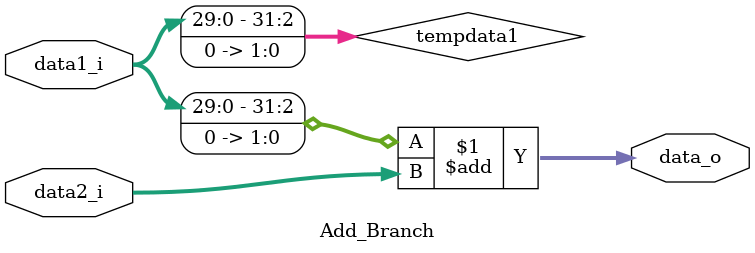
<source format=v>
module Add_Branch
(
	data1_i,			//32 bits, need shift left 2
	data2_i,	 		//32 bits, inst addr
	data_o
);

input 	[31:0]	data1_i;
input 	[31:0]	data2_i; 
	
output 	[31:0]	data_o;
reg		[31:0]	tempdata1;


assign data_o = tempdata1 + data2_i;

always @(*)
	begin
		tempdata1 <= data1_i << 2;
	end
endmodule 
</source>
